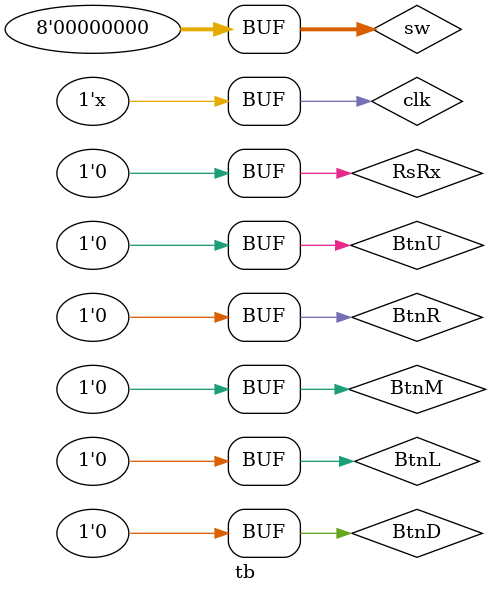
<source format=v>
`timescale 1ns / 1ps


module tb;

	// Inputs
	reg clk;
	reg [7:0] sw;
	reg RsRx;
	reg BtnU;
	reg BtnD;
	reg BtnL;
	reg BtnR;
	reg BtnM;

	// Outputs
	wire RsTx;

	// Instantiate the Unit Under Test (UUT)
	main uut (
		.clk(clk), 
		.sw(sw), 
		.RsRx(RsRx), 
		.RsTx(RsTx), 
		.BtnU(BtnU), 
		.BtnD(BtnD), 
		.BtnL(BtnL), 
		.BtnR(BtnR), 
		.BtnM(BtnM)
	);

	initial begin
		// Initialize Inputs
		clk = 0;
		sw = 0;
		RsRx = 0;
		BtnU = 0;
		BtnD = 0;
		BtnL = 1;
		BtnR = 0;
		BtnM = 0;

		// Wait 100 ns for global reset to finish
    #100
    BtnL = 0;
		#100;
    BtnU = 1;
    #100
    BtnU = 0;
        
		// Add stimulus here
    
	end
  
  always #5 clk = ~clk;
      
endmodule


</source>
